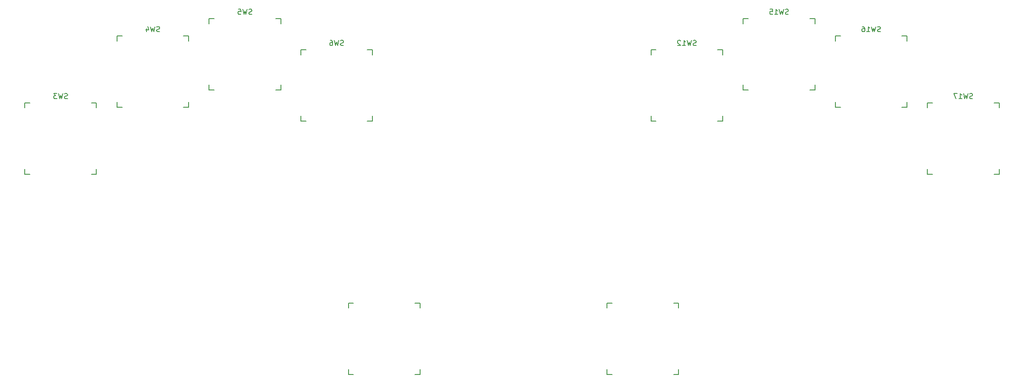
<source format=gbo>
G04 #@! TF.GenerationSoftware,KiCad,Pcbnew,5.1.6*
G04 #@! TF.CreationDate,2020-09-08T14:16:16+01:00*
G04 #@! TF.ProjectId,noip,6e6f6970-2e6b-4696-9361-645f70636258,.1*
G04 #@! TF.SameCoordinates,Original*
G04 #@! TF.FileFunction,Legend,Bot*
G04 #@! TF.FilePolarity,Positive*
%FSLAX46Y46*%
G04 Gerber Fmt 4.6, Leading zero omitted, Abs format (unit mm)*
G04 Created by KiCad (PCBNEW 5.1.6) date 2020-09-08 14:16:16*
%MOMM*%
%LPD*%
G01*
G04 APERTURE LIST*
%ADD10C,0.150000*%
G04 APERTURE END LIST*
D10*
X116900000Y-97400000D02*
X116900000Y-98400000D01*
X117900000Y-97400000D02*
X116900000Y-97400000D01*
X130900000Y-97400000D02*
X129900000Y-97400000D01*
X130900000Y-98400000D02*
X130900000Y-97400000D01*
X130900000Y-111400000D02*
X130900000Y-110400000D01*
X129900000Y-111400000D02*
X130900000Y-111400000D01*
X116900000Y-111400000D02*
X117900000Y-111400000D01*
X116900000Y-110400000D02*
X116900000Y-111400000D01*
X181400000Y-98400000D02*
X181400000Y-97400000D01*
X181400000Y-97400000D02*
X180400000Y-97400000D01*
X168400000Y-97400000D02*
X167400000Y-97400000D01*
X167400000Y-97400000D02*
X167400000Y-98400000D01*
X167400000Y-110400000D02*
X167400000Y-111400000D01*
X167400000Y-111400000D02*
X168400000Y-111400000D01*
X180400000Y-111400000D02*
X181400000Y-111400000D01*
X181400000Y-111400000D02*
X181400000Y-110400000D01*
X244000000Y-58200000D02*
X244000000Y-59200000D01*
X243000000Y-58200000D02*
X244000000Y-58200000D01*
X244000000Y-72200000D02*
X243000000Y-72200000D01*
X244000000Y-71200000D02*
X244000000Y-72200000D01*
X230000000Y-72200000D02*
X230000000Y-71200000D01*
X231000000Y-72200000D02*
X230000000Y-72200000D01*
X230000000Y-58200000D02*
X231000000Y-58200000D01*
X230000000Y-59200000D02*
X230000000Y-58200000D01*
X226000000Y-45100000D02*
X226000000Y-46100000D01*
X225000000Y-45100000D02*
X226000000Y-45100000D01*
X226000000Y-59100000D02*
X225000000Y-59100000D01*
X226000000Y-58100000D02*
X226000000Y-59100000D01*
X212000000Y-59100000D02*
X212000000Y-58100000D01*
X213000000Y-59100000D02*
X212000000Y-59100000D01*
X212000000Y-45100000D02*
X213000000Y-45100000D01*
X212000000Y-46100000D02*
X212000000Y-45100000D01*
X208000000Y-41700000D02*
X208000000Y-42700000D01*
X207000000Y-41700000D02*
X208000000Y-41700000D01*
X208000000Y-55700000D02*
X207000000Y-55700000D01*
X208000000Y-54700000D02*
X208000000Y-55700000D01*
X194000000Y-55700000D02*
X194000000Y-54700000D01*
X195000000Y-55700000D02*
X194000000Y-55700000D01*
X194000000Y-41700000D02*
X195000000Y-41700000D01*
X194000000Y-42700000D02*
X194000000Y-41700000D01*
X190000000Y-47800000D02*
X190000000Y-48800000D01*
X189000000Y-47800000D02*
X190000000Y-47800000D01*
X190000000Y-61800000D02*
X189000000Y-61800000D01*
X190000000Y-60800000D02*
X190000000Y-61800000D01*
X176000000Y-61800000D02*
X176000000Y-60800000D01*
X177000000Y-61800000D02*
X176000000Y-61800000D01*
X176000000Y-47800000D02*
X177000000Y-47800000D01*
X176000000Y-48800000D02*
X176000000Y-47800000D01*
X121600000Y-47800000D02*
X121600000Y-48800000D01*
X120600000Y-47800000D02*
X121600000Y-47800000D01*
X121600000Y-61800000D02*
X120600000Y-61800000D01*
X121600000Y-60800000D02*
X121600000Y-61800000D01*
X107600000Y-61800000D02*
X107600000Y-60800000D01*
X108600000Y-61800000D02*
X107600000Y-61800000D01*
X107600000Y-47800000D02*
X108600000Y-47800000D01*
X107600000Y-48800000D02*
X107600000Y-47800000D01*
X103700000Y-41700000D02*
X103700000Y-42700000D01*
X102700000Y-41700000D02*
X103700000Y-41700000D01*
X103700000Y-55700000D02*
X102700000Y-55700000D01*
X103700000Y-54700000D02*
X103700000Y-55700000D01*
X89700000Y-55700000D02*
X89700000Y-54700000D01*
X90700000Y-55700000D02*
X89700000Y-55700000D01*
X89700000Y-41700000D02*
X90700000Y-41700000D01*
X89700000Y-42700000D02*
X89700000Y-41700000D01*
X71700000Y-46100000D02*
X71700000Y-45100000D01*
X71700000Y-45100000D02*
X72700000Y-45100000D01*
X72700000Y-59100000D02*
X71700000Y-59100000D01*
X71700000Y-59100000D02*
X71700000Y-58100000D01*
X85700000Y-58100000D02*
X85700000Y-59100000D01*
X85700000Y-59100000D02*
X84700000Y-59100000D01*
X84700000Y-45100000D02*
X85700000Y-45100000D01*
X85700000Y-45100000D02*
X85700000Y-46100000D01*
X67700000Y-58200000D02*
X67700000Y-59200000D01*
X66700000Y-58200000D02*
X67700000Y-58200000D01*
X67700000Y-72200000D02*
X66700000Y-72200000D01*
X67700000Y-71200000D02*
X67700000Y-72200000D01*
X53700000Y-72200000D02*
X53700000Y-71200000D01*
X54700000Y-72200000D02*
X53700000Y-72200000D01*
X53700000Y-58200000D02*
X54700000Y-58200000D01*
X53700000Y-59200000D02*
X53700000Y-58200000D01*
X238809523Y-57349761D02*
X238666666Y-57397380D01*
X238428571Y-57397380D01*
X238333333Y-57349761D01*
X238285714Y-57302142D01*
X238238095Y-57206904D01*
X238238095Y-57111666D01*
X238285714Y-57016428D01*
X238333333Y-56968809D01*
X238428571Y-56921190D01*
X238619047Y-56873571D01*
X238714285Y-56825952D01*
X238761904Y-56778333D01*
X238809523Y-56683095D01*
X238809523Y-56587857D01*
X238761904Y-56492619D01*
X238714285Y-56445000D01*
X238619047Y-56397380D01*
X238380952Y-56397380D01*
X238238095Y-56445000D01*
X237904761Y-56397380D02*
X237666666Y-57397380D01*
X237476190Y-56683095D01*
X237285714Y-57397380D01*
X237047619Y-56397380D01*
X236142857Y-57397380D02*
X236714285Y-57397380D01*
X236428571Y-57397380D02*
X236428571Y-56397380D01*
X236523809Y-56540238D01*
X236619047Y-56635476D01*
X236714285Y-56683095D01*
X235809523Y-56397380D02*
X235142857Y-56397380D01*
X235571428Y-57397380D01*
X220809523Y-44249761D02*
X220666666Y-44297380D01*
X220428571Y-44297380D01*
X220333333Y-44249761D01*
X220285714Y-44202142D01*
X220238095Y-44106904D01*
X220238095Y-44011666D01*
X220285714Y-43916428D01*
X220333333Y-43868809D01*
X220428571Y-43821190D01*
X220619047Y-43773571D01*
X220714285Y-43725952D01*
X220761904Y-43678333D01*
X220809523Y-43583095D01*
X220809523Y-43487857D01*
X220761904Y-43392619D01*
X220714285Y-43345000D01*
X220619047Y-43297380D01*
X220380952Y-43297380D01*
X220238095Y-43345000D01*
X219904761Y-43297380D02*
X219666666Y-44297380D01*
X219476190Y-43583095D01*
X219285714Y-44297380D01*
X219047619Y-43297380D01*
X218142857Y-44297380D02*
X218714285Y-44297380D01*
X218428571Y-44297380D02*
X218428571Y-43297380D01*
X218523809Y-43440238D01*
X218619047Y-43535476D01*
X218714285Y-43583095D01*
X217285714Y-43297380D02*
X217476190Y-43297380D01*
X217571428Y-43345000D01*
X217619047Y-43392619D01*
X217714285Y-43535476D01*
X217761904Y-43725952D01*
X217761904Y-44106904D01*
X217714285Y-44202142D01*
X217666666Y-44249761D01*
X217571428Y-44297380D01*
X217380952Y-44297380D01*
X217285714Y-44249761D01*
X217238095Y-44202142D01*
X217190476Y-44106904D01*
X217190476Y-43868809D01*
X217238095Y-43773571D01*
X217285714Y-43725952D01*
X217380952Y-43678333D01*
X217571428Y-43678333D01*
X217666666Y-43725952D01*
X217714285Y-43773571D01*
X217761904Y-43868809D01*
X202809523Y-40849761D02*
X202666666Y-40897380D01*
X202428571Y-40897380D01*
X202333333Y-40849761D01*
X202285714Y-40802142D01*
X202238095Y-40706904D01*
X202238095Y-40611666D01*
X202285714Y-40516428D01*
X202333333Y-40468809D01*
X202428571Y-40421190D01*
X202619047Y-40373571D01*
X202714285Y-40325952D01*
X202761904Y-40278333D01*
X202809523Y-40183095D01*
X202809523Y-40087857D01*
X202761904Y-39992619D01*
X202714285Y-39945000D01*
X202619047Y-39897380D01*
X202380952Y-39897380D01*
X202238095Y-39945000D01*
X201904761Y-39897380D02*
X201666666Y-40897380D01*
X201476190Y-40183095D01*
X201285714Y-40897380D01*
X201047619Y-39897380D01*
X200142857Y-40897380D02*
X200714285Y-40897380D01*
X200428571Y-40897380D02*
X200428571Y-39897380D01*
X200523809Y-40040238D01*
X200619047Y-40135476D01*
X200714285Y-40183095D01*
X199238095Y-39897380D02*
X199714285Y-39897380D01*
X199761904Y-40373571D01*
X199714285Y-40325952D01*
X199619047Y-40278333D01*
X199380952Y-40278333D01*
X199285714Y-40325952D01*
X199238095Y-40373571D01*
X199190476Y-40468809D01*
X199190476Y-40706904D01*
X199238095Y-40802142D01*
X199285714Y-40849761D01*
X199380952Y-40897380D01*
X199619047Y-40897380D01*
X199714285Y-40849761D01*
X199761904Y-40802142D01*
X184809523Y-46949761D02*
X184666666Y-46997380D01*
X184428571Y-46997380D01*
X184333333Y-46949761D01*
X184285714Y-46902142D01*
X184238095Y-46806904D01*
X184238095Y-46711666D01*
X184285714Y-46616428D01*
X184333333Y-46568809D01*
X184428571Y-46521190D01*
X184619047Y-46473571D01*
X184714285Y-46425952D01*
X184761904Y-46378333D01*
X184809523Y-46283095D01*
X184809523Y-46187857D01*
X184761904Y-46092619D01*
X184714285Y-46045000D01*
X184619047Y-45997380D01*
X184380952Y-45997380D01*
X184238095Y-46045000D01*
X183904761Y-45997380D02*
X183666666Y-46997380D01*
X183476190Y-46283095D01*
X183285714Y-46997380D01*
X183047619Y-45997380D01*
X182142857Y-46997380D02*
X182714285Y-46997380D01*
X182428571Y-46997380D02*
X182428571Y-45997380D01*
X182523809Y-46140238D01*
X182619047Y-46235476D01*
X182714285Y-46283095D01*
X181761904Y-46092619D02*
X181714285Y-46045000D01*
X181619047Y-45997380D01*
X181380952Y-45997380D01*
X181285714Y-46045000D01*
X181238095Y-46092619D01*
X181190476Y-46187857D01*
X181190476Y-46283095D01*
X181238095Y-46425952D01*
X181809523Y-46997380D01*
X181190476Y-46997380D01*
X115933333Y-46949761D02*
X115790476Y-46997380D01*
X115552380Y-46997380D01*
X115457142Y-46949761D01*
X115409523Y-46902142D01*
X115361904Y-46806904D01*
X115361904Y-46711666D01*
X115409523Y-46616428D01*
X115457142Y-46568809D01*
X115552380Y-46521190D01*
X115742857Y-46473571D01*
X115838095Y-46425952D01*
X115885714Y-46378333D01*
X115933333Y-46283095D01*
X115933333Y-46187857D01*
X115885714Y-46092619D01*
X115838095Y-46045000D01*
X115742857Y-45997380D01*
X115504761Y-45997380D01*
X115361904Y-46045000D01*
X115028571Y-45997380D02*
X114790476Y-46997380D01*
X114600000Y-46283095D01*
X114409523Y-46997380D01*
X114171428Y-45997380D01*
X113361904Y-45997380D02*
X113552380Y-45997380D01*
X113647619Y-46045000D01*
X113695238Y-46092619D01*
X113790476Y-46235476D01*
X113838095Y-46425952D01*
X113838095Y-46806904D01*
X113790476Y-46902142D01*
X113742857Y-46949761D01*
X113647619Y-46997380D01*
X113457142Y-46997380D01*
X113361904Y-46949761D01*
X113314285Y-46902142D01*
X113266666Y-46806904D01*
X113266666Y-46568809D01*
X113314285Y-46473571D01*
X113361904Y-46425952D01*
X113457142Y-46378333D01*
X113647619Y-46378333D01*
X113742857Y-46425952D01*
X113790476Y-46473571D01*
X113838095Y-46568809D01*
X98033333Y-40849761D02*
X97890476Y-40897380D01*
X97652380Y-40897380D01*
X97557142Y-40849761D01*
X97509523Y-40802142D01*
X97461904Y-40706904D01*
X97461904Y-40611666D01*
X97509523Y-40516428D01*
X97557142Y-40468809D01*
X97652380Y-40421190D01*
X97842857Y-40373571D01*
X97938095Y-40325952D01*
X97985714Y-40278333D01*
X98033333Y-40183095D01*
X98033333Y-40087857D01*
X97985714Y-39992619D01*
X97938095Y-39945000D01*
X97842857Y-39897380D01*
X97604761Y-39897380D01*
X97461904Y-39945000D01*
X97128571Y-39897380D02*
X96890476Y-40897380D01*
X96700000Y-40183095D01*
X96509523Y-40897380D01*
X96271428Y-39897380D01*
X95414285Y-39897380D02*
X95890476Y-39897380D01*
X95938095Y-40373571D01*
X95890476Y-40325952D01*
X95795238Y-40278333D01*
X95557142Y-40278333D01*
X95461904Y-40325952D01*
X95414285Y-40373571D01*
X95366666Y-40468809D01*
X95366666Y-40706904D01*
X95414285Y-40802142D01*
X95461904Y-40849761D01*
X95557142Y-40897380D01*
X95795238Y-40897380D01*
X95890476Y-40849761D01*
X95938095Y-40802142D01*
X80033333Y-44249761D02*
X79890476Y-44297380D01*
X79652380Y-44297380D01*
X79557142Y-44249761D01*
X79509523Y-44202142D01*
X79461904Y-44106904D01*
X79461904Y-44011666D01*
X79509523Y-43916428D01*
X79557142Y-43868809D01*
X79652380Y-43821190D01*
X79842857Y-43773571D01*
X79938095Y-43725952D01*
X79985714Y-43678333D01*
X80033333Y-43583095D01*
X80033333Y-43487857D01*
X79985714Y-43392619D01*
X79938095Y-43345000D01*
X79842857Y-43297380D01*
X79604761Y-43297380D01*
X79461904Y-43345000D01*
X79128571Y-43297380D02*
X78890476Y-44297380D01*
X78700000Y-43583095D01*
X78509523Y-44297380D01*
X78271428Y-43297380D01*
X77461904Y-43630714D02*
X77461904Y-44297380D01*
X77700000Y-43249761D02*
X77938095Y-43964047D01*
X77319047Y-43964047D01*
X62033333Y-57349761D02*
X61890476Y-57397380D01*
X61652380Y-57397380D01*
X61557142Y-57349761D01*
X61509523Y-57302142D01*
X61461904Y-57206904D01*
X61461904Y-57111666D01*
X61509523Y-57016428D01*
X61557142Y-56968809D01*
X61652380Y-56921190D01*
X61842857Y-56873571D01*
X61938095Y-56825952D01*
X61985714Y-56778333D01*
X62033333Y-56683095D01*
X62033333Y-56587857D01*
X61985714Y-56492619D01*
X61938095Y-56445000D01*
X61842857Y-56397380D01*
X61604761Y-56397380D01*
X61461904Y-56445000D01*
X61128571Y-56397380D02*
X60890476Y-57397380D01*
X60700000Y-56683095D01*
X60509523Y-57397380D01*
X60271428Y-56397380D01*
X59985714Y-56397380D02*
X59366666Y-56397380D01*
X59700000Y-56778333D01*
X59557142Y-56778333D01*
X59461904Y-56825952D01*
X59414285Y-56873571D01*
X59366666Y-56968809D01*
X59366666Y-57206904D01*
X59414285Y-57302142D01*
X59461904Y-57349761D01*
X59557142Y-57397380D01*
X59842857Y-57397380D01*
X59938095Y-57349761D01*
X59985714Y-57302142D01*
M02*

</source>
